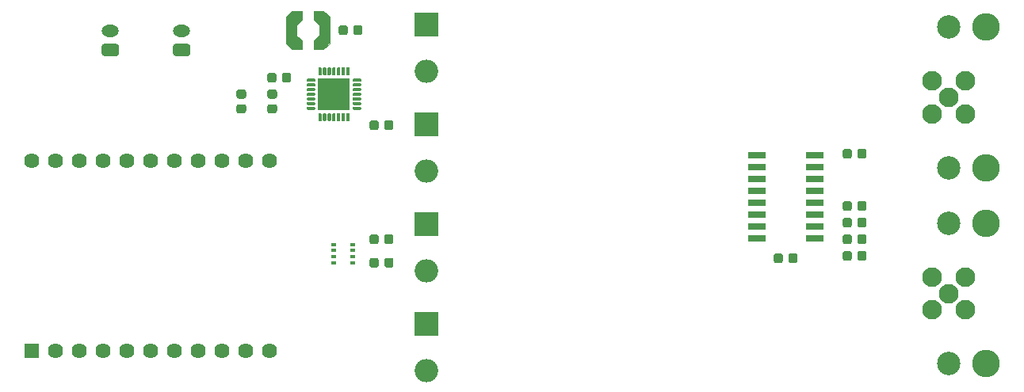
<source format=gts>
%TF.GenerationSoftware,KiCad,Pcbnew,5.1.6-1.fc32*%
%TF.CreationDate,2020-09-04T20:16:30+02:00*%
%TF.ProjectId,mini-beieli-pcb-cubecell,6d696e69-2d62-4656-9965-6c692d706362,rev?*%
%TF.SameCoordinates,Original*%
%TF.FileFunction,Soldermask,Top*%
%TF.FilePolarity,Negative*%
%FSLAX46Y46*%
G04 Gerber Fmt 4.6, Leading zero omitted, Abs format (unit mm)*
G04 Created by KiCad (PCBNEW 5.1.6-1.fc32) date 2020-09-04 20:16:30*
%MOMM*%
%LPD*%
G01*
G04 APERTURE LIST*
%ADD10C,0.000100*%
%ADD11C,1.624000*%
%ADD12R,1.624000X1.624000*%
%ADD13C,2.950000*%
%ADD14C,2.500000*%
%ADD15C,2.100000*%
%ADD16R,0.600000X0.450000*%
%ADD17R,2.500000X2.500000*%
%ADD18O,2.500000X2.500000*%
%ADD19R,1.900000X0.740000*%
%ADD20O,1.850000X1.300000*%
%ADD21R,3.450000X3.450000*%
G04 APERTURE END LIST*
D10*
%TO.C,L1*%
G36*
X82692000Y-41420000D02*
G01*
X83692000Y-41420000D01*
X83742000Y-41420000D01*
X84342000Y-40820000D01*
X84342000Y-37920000D01*
X83742000Y-37320000D01*
X82692000Y-37320000D01*
X82692000Y-38270000D01*
X83242000Y-38820000D01*
X83242000Y-39920000D01*
X82692000Y-40470000D01*
X82692000Y-41420000D01*
G37*
X82692000Y-41420000D02*
X83692000Y-41420000D01*
X83742000Y-41420000D01*
X84342000Y-40820000D01*
X84342000Y-37920000D01*
X83742000Y-37320000D01*
X82692000Y-37320000D01*
X82692000Y-38270000D01*
X83242000Y-38820000D01*
X83242000Y-39920000D01*
X82692000Y-40470000D01*
X82692000Y-41420000D01*
G36*
X81392000Y-41420000D02*
G01*
X80342000Y-41420000D01*
X79742000Y-40820000D01*
X79742000Y-37920000D01*
X80342000Y-37320000D01*
X81392000Y-37320000D01*
X81392000Y-38270000D01*
X80842000Y-38820000D01*
X80842000Y-39920000D01*
X81392000Y-40470000D01*
X81392000Y-41420000D01*
G37*
X81392000Y-41420000D02*
X80342000Y-41420000D01*
X79742000Y-40820000D01*
X79742000Y-37920000D01*
X80342000Y-37320000D01*
X81392000Y-37320000D01*
X81392000Y-38270000D01*
X80842000Y-38820000D01*
X80842000Y-39920000D01*
X81392000Y-40470000D01*
X81392000Y-41420000D01*
%TD*%
D11*
%TO.C,HTCC-AB01*%
X77978000Y-53360000D03*
X75438000Y-53360000D03*
X72898000Y-53360000D03*
X70358000Y-53360000D03*
X67818000Y-53360000D03*
X65278000Y-53360000D03*
X62738000Y-53360000D03*
X60198000Y-53360000D03*
X57658000Y-53360000D03*
X55118000Y-53360000D03*
X52578000Y-53360000D03*
X77978000Y-73660000D03*
X75438000Y-73660000D03*
X72898000Y-73660000D03*
X70358000Y-73660000D03*
X67818000Y-73660000D03*
X65278000Y-73660000D03*
X62738000Y-73660000D03*
X60198000Y-73640000D03*
X57658000Y-73640000D03*
X55118000Y-73640000D03*
D12*
X52578000Y-73640000D03*
%TD*%
D13*
%TO.C,J2*%
X154495000Y-75015000D03*
D14*
X150495000Y-75015000D03*
D13*
X154495000Y-60015000D03*
D14*
X150495000Y-60015000D03*
D15*
X150495000Y-67515000D03*
X152265000Y-65745000D03*
X152265000Y-69285000D03*
X148725000Y-65745000D03*
X148725000Y-69285000D03*
%TD*%
D16*
%TO.C,U1*%
X86877000Y-62271000D03*
X86877000Y-62921000D03*
X86877000Y-63571000D03*
X86877000Y-64221000D03*
X84827000Y-64221000D03*
X84827000Y-63571000D03*
X84827000Y-62921000D03*
X84827000Y-62271000D03*
%TD*%
%TO.C,R1*%
G36*
G01*
X90216000Y-64513250D02*
X90216000Y-63950750D01*
G75*
G02*
X90459750Y-63707000I243750J0D01*
G01*
X90947250Y-63707000D01*
G75*
G02*
X91191000Y-63950750I0J-243750D01*
G01*
X91191000Y-64513250D01*
G75*
G02*
X90947250Y-64757000I-243750J0D01*
G01*
X90459750Y-64757000D01*
G75*
G02*
X90216000Y-64513250I0J243750D01*
G01*
G37*
G36*
G01*
X88641000Y-64513250D02*
X88641000Y-63950750D01*
G75*
G02*
X88884750Y-63707000I243750J0D01*
G01*
X89372250Y-63707000D01*
G75*
G02*
X89616000Y-63950750I0J-243750D01*
G01*
X89616000Y-64513250D01*
G75*
G02*
X89372250Y-64757000I-243750J0D01*
G01*
X88884750Y-64757000D01*
G75*
G02*
X88641000Y-64513250I0J243750D01*
G01*
G37*
%TD*%
%TO.C,C1*%
G36*
G01*
X90216000Y-62003250D02*
X90216000Y-61440750D01*
G75*
G02*
X90459750Y-61197000I243750J0D01*
G01*
X90947250Y-61197000D01*
G75*
G02*
X91191000Y-61440750I0J-243750D01*
G01*
X91191000Y-62003250D01*
G75*
G02*
X90947250Y-62247000I-243750J0D01*
G01*
X90459750Y-62247000D01*
G75*
G02*
X90216000Y-62003250I0J243750D01*
G01*
G37*
G36*
G01*
X88641000Y-62003250D02*
X88641000Y-61440750D01*
G75*
G02*
X88884750Y-61197000I243750J0D01*
G01*
X89372250Y-61197000D01*
G75*
G02*
X89616000Y-61440750I0J-243750D01*
G01*
X89616000Y-62003250D01*
G75*
G02*
X89372250Y-62247000I-243750J0D01*
G01*
X88884750Y-62247000D01*
G75*
G02*
X88641000Y-62003250I0J243750D01*
G01*
G37*
%TD*%
D17*
%TO.C,C9*%
X94680000Y-70806000D03*
D18*
X94680000Y-75806000D03*
%TD*%
D17*
%TO.C,C8*%
X94680000Y-60138000D03*
D18*
X94680000Y-65138000D03*
%TD*%
D17*
%TO.C,C7*%
X94680000Y-49470000D03*
D18*
X94680000Y-54470000D03*
%TD*%
D17*
%TO.C,C6*%
X94680000Y-38802000D03*
D18*
X94680000Y-43802000D03*
%TD*%
%TO.C,L2*%
G36*
G01*
X78513250Y-46690000D02*
X77950750Y-46690000D01*
G75*
G02*
X77707000Y-46446250I0J243750D01*
G01*
X77707000Y-45958750D01*
G75*
G02*
X77950750Y-45715000I243750J0D01*
G01*
X78513250Y-45715000D01*
G75*
G02*
X78757000Y-45958750I0J-243750D01*
G01*
X78757000Y-46446250D01*
G75*
G02*
X78513250Y-46690000I-243750J0D01*
G01*
G37*
G36*
G01*
X78513250Y-48265000D02*
X77950750Y-48265000D01*
G75*
G02*
X77707000Y-48021250I0J243750D01*
G01*
X77707000Y-47533750D01*
G75*
G02*
X77950750Y-47290000I243750J0D01*
G01*
X78513250Y-47290000D01*
G75*
G02*
X78757000Y-47533750I0J-243750D01*
G01*
X78757000Y-48021250D01*
G75*
G02*
X78513250Y-48265000I-243750J0D01*
G01*
G37*
%TD*%
D19*
%TO.C,U2*%
X136201000Y-61595000D03*
X136201000Y-60325000D03*
X136201000Y-59055000D03*
X136201000Y-57785000D03*
X136201000Y-56515000D03*
X136201000Y-55245000D03*
X136201000Y-53975000D03*
X136201000Y-52705000D03*
X129991000Y-52705000D03*
X129991000Y-53975000D03*
X129991000Y-55245000D03*
X129991000Y-56515000D03*
X129991000Y-57785000D03*
X129991000Y-59055000D03*
X129991000Y-60325000D03*
X129991000Y-61595000D03*
%TD*%
D20*
%TO.C,SWITCH1*%
X68580000Y-39480000D03*
G36*
G01*
X69234168Y-42130000D02*
X67925832Y-42130000D01*
G75*
G02*
X67655000Y-41859168I0J270832D01*
G01*
X67655000Y-41100832D01*
G75*
G02*
X67925832Y-40830000I270832J0D01*
G01*
X69234168Y-40830000D01*
G75*
G02*
X69505000Y-41100832I0J-270832D01*
G01*
X69505000Y-41859168D01*
G75*
G02*
X69234168Y-42130000I-270832J0D01*
G01*
G37*
%TD*%
%TO.C,SOLAR1*%
X60960000Y-39480000D03*
G36*
G01*
X61614168Y-42130000D02*
X60305832Y-42130000D01*
G75*
G02*
X60035000Y-41859168I0J270832D01*
G01*
X60035000Y-41100832D01*
G75*
G02*
X60305832Y-40830000I270832J0D01*
G01*
X61614168Y-40830000D01*
G75*
G02*
X61885000Y-41100832I0J-270832D01*
G01*
X61885000Y-41859168D01*
G75*
G02*
X61614168Y-42130000I-270832J0D01*
G01*
G37*
%TD*%
%TO.C,R3*%
G36*
G01*
X140762000Y-58447250D02*
X140762000Y-57884750D01*
G75*
G02*
X141005750Y-57641000I243750J0D01*
G01*
X141493250Y-57641000D01*
G75*
G02*
X141737000Y-57884750I0J-243750D01*
G01*
X141737000Y-58447250D01*
G75*
G02*
X141493250Y-58691000I-243750J0D01*
G01*
X141005750Y-58691000D01*
G75*
G02*
X140762000Y-58447250I0J243750D01*
G01*
G37*
G36*
G01*
X139187000Y-58447250D02*
X139187000Y-57884750D01*
G75*
G02*
X139430750Y-57641000I243750J0D01*
G01*
X139918250Y-57641000D01*
G75*
G02*
X140162000Y-57884750I0J-243750D01*
G01*
X140162000Y-58447250D01*
G75*
G02*
X139918250Y-58691000I-243750J0D01*
G01*
X139430750Y-58691000D01*
G75*
G02*
X139187000Y-58447250I0J243750D01*
G01*
G37*
%TD*%
%TO.C,R2*%
G36*
G01*
X140762000Y-62003250D02*
X140762000Y-61440750D01*
G75*
G02*
X141005750Y-61197000I243750J0D01*
G01*
X141493250Y-61197000D01*
G75*
G02*
X141737000Y-61440750I0J-243750D01*
G01*
X141737000Y-62003250D01*
G75*
G02*
X141493250Y-62247000I-243750J0D01*
G01*
X141005750Y-62247000D01*
G75*
G02*
X140762000Y-62003250I0J243750D01*
G01*
G37*
G36*
G01*
X139187000Y-62003250D02*
X139187000Y-61440750D01*
G75*
G02*
X139430750Y-61197000I243750J0D01*
G01*
X139918250Y-61197000D01*
G75*
G02*
X140162000Y-61440750I0J-243750D01*
G01*
X140162000Y-62003250D01*
G75*
G02*
X139918250Y-62247000I-243750J0D01*
G01*
X139430750Y-62247000D01*
G75*
G02*
X139187000Y-62003250I0J243750D01*
G01*
G37*
%TD*%
D13*
%TO.C,J1*%
X154495000Y-54060000D03*
D14*
X150495000Y-54060000D03*
D13*
X154495000Y-39060000D03*
D14*
X150495000Y-39060000D03*
D15*
X150495000Y-46560000D03*
X152265000Y-44790000D03*
X152265000Y-48330000D03*
X148725000Y-44790000D03*
X148725000Y-48330000D03*
%TD*%
D21*
%TO.C,IC1*%
X84836000Y-46228000D03*
G36*
G01*
X83161000Y-44140500D02*
X83161000Y-43415500D01*
G75*
G02*
X83248500Y-43328000I87500J0D01*
G01*
X83423500Y-43328000D01*
G75*
G02*
X83511000Y-43415500I0J-87500D01*
G01*
X83511000Y-44140500D01*
G75*
G02*
X83423500Y-44228000I-87500J0D01*
G01*
X83248500Y-44228000D01*
G75*
G02*
X83161000Y-44140500I0J87500D01*
G01*
G37*
G36*
G01*
X83661000Y-44140500D02*
X83661000Y-43415500D01*
G75*
G02*
X83748500Y-43328000I87500J0D01*
G01*
X83923500Y-43328000D01*
G75*
G02*
X84011000Y-43415500I0J-87500D01*
G01*
X84011000Y-44140500D01*
G75*
G02*
X83923500Y-44228000I-87500J0D01*
G01*
X83748500Y-44228000D01*
G75*
G02*
X83661000Y-44140500I0J87500D01*
G01*
G37*
G36*
G01*
X84161000Y-44140500D02*
X84161000Y-43415500D01*
G75*
G02*
X84248500Y-43328000I87500J0D01*
G01*
X84423500Y-43328000D01*
G75*
G02*
X84511000Y-43415500I0J-87500D01*
G01*
X84511000Y-44140500D01*
G75*
G02*
X84423500Y-44228000I-87500J0D01*
G01*
X84248500Y-44228000D01*
G75*
G02*
X84161000Y-44140500I0J87500D01*
G01*
G37*
G36*
G01*
X84661000Y-44140500D02*
X84661000Y-43415500D01*
G75*
G02*
X84748500Y-43328000I87500J0D01*
G01*
X84923500Y-43328000D01*
G75*
G02*
X85011000Y-43415500I0J-87500D01*
G01*
X85011000Y-44140500D01*
G75*
G02*
X84923500Y-44228000I-87500J0D01*
G01*
X84748500Y-44228000D01*
G75*
G02*
X84661000Y-44140500I0J87500D01*
G01*
G37*
G36*
G01*
X85161000Y-44140500D02*
X85161000Y-43415500D01*
G75*
G02*
X85248500Y-43328000I87500J0D01*
G01*
X85423500Y-43328000D01*
G75*
G02*
X85511000Y-43415500I0J-87500D01*
G01*
X85511000Y-44140500D01*
G75*
G02*
X85423500Y-44228000I-87500J0D01*
G01*
X85248500Y-44228000D01*
G75*
G02*
X85161000Y-44140500I0J87500D01*
G01*
G37*
G36*
G01*
X85661000Y-44140500D02*
X85661000Y-43415500D01*
G75*
G02*
X85748500Y-43328000I87500J0D01*
G01*
X85923500Y-43328000D01*
G75*
G02*
X86011000Y-43415500I0J-87500D01*
G01*
X86011000Y-44140500D01*
G75*
G02*
X85923500Y-44228000I-87500J0D01*
G01*
X85748500Y-44228000D01*
G75*
G02*
X85661000Y-44140500I0J87500D01*
G01*
G37*
G36*
G01*
X86161000Y-44140500D02*
X86161000Y-43415500D01*
G75*
G02*
X86248500Y-43328000I87500J0D01*
G01*
X86423500Y-43328000D01*
G75*
G02*
X86511000Y-43415500I0J-87500D01*
G01*
X86511000Y-44140500D01*
G75*
G02*
X86423500Y-44228000I-87500J0D01*
G01*
X86248500Y-44228000D01*
G75*
G02*
X86161000Y-44140500I0J87500D01*
G01*
G37*
G36*
G01*
X86836000Y-44815500D02*
X86836000Y-44640500D01*
G75*
G02*
X86923500Y-44553000I87500J0D01*
G01*
X87648500Y-44553000D01*
G75*
G02*
X87736000Y-44640500I0J-87500D01*
G01*
X87736000Y-44815500D01*
G75*
G02*
X87648500Y-44903000I-87500J0D01*
G01*
X86923500Y-44903000D01*
G75*
G02*
X86836000Y-44815500I0J87500D01*
G01*
G37*
G36*
G01*
X86836000Y-45315500D02*
X86836000Y-45140500D01*
G75*
G02*
X86923500Y-45053000I87500J0D01*
G01*
X87648500Y-45053000D01*
G75*
G02*
X87736000Y-45140500I0J-87500D01*
G01*
X87736000Y-45315500D01*
G75*
G02*
X87648500Y-45403000I-87500J0D01*
G01*
X86923500Y-45403000D01*
G75*
G02*
X86836000Y-45315500I0J87500D01*
G01*
G37*
G36*
G01*
X86836000Y-45815500D02*
X86836000Y-45640500D01*
G75*
G02*
X86923500Y-45553000I87500J0D01*
G01*
X87648500Y-45553000D01*
G75*
G02*
X87736000Y-45640500I0J-87500D01*
G01*
X87736000Y-45815500D01*
G75*
G02*
X87648500Y-45903000I-87500J0D01*
G01*
X86923500Y-45903000D01*
G75*
G02*
X86836000Y-45815500I0J87500D01*
G01*
G37*
G36*
G01*
X86836000Y-46315500D02*
X86836000Y-46140500D01*
G75*
G02*
X86923500Y-46053000I87500J0D01*
G01*
X87648500Y-46053000D01*
G75*
G02*
X87736000Y-46140500I0J-87500D01*
G01*
X87736000Y-46315500D01*
G75*
G02*
X87648500Y-46403000I-87500J0D01*
G01*
X86923500Y-46403000D01*
G75*
G02*
X86836000Y-46315500I0J87500D01*
G01*
G37*
G36*
G01*
X86836000Y-46815500D02*
X86836000Y-46640500D01*
G75*
G02*
X86923500Y-46553000I87500J0D01*
G01*
X87648500Y-46553000D01*
G75*
G02*
X87736000Y-46640500I0J-87500D01*
G01*
X87736000Y-46815500D01*
G75*
G02*
X87648500Y-46903000I-87500J0D01*
G01*
X86923500Y-46903000D01*
G75*
G02*
X86836000Y-46815500I0J87500D01*
G01*
G37*
G36*
G01*
X86836000Y-47315500D02*
X86836000Y-47140500D01*
G75*
G02*
X86923500Y-47053000I87500J0D01*
G01*
X87648500Y-47053000D01*
G75*
G02*
X87736000Y-47140500I0J-87500D01*
G01*
X87736000Y-47315500D01*
G75*
G02*
X87648500Y-47403000I-87500J0D01*
G01*
X86923500Y-47403000D01*
G75*
G02*
X86836000Y-47315500I0J87500D01*
G01*
G37*
G36*
G01*
X86836000Y-47815500D02*
X86836000Y-47640500D01*
G75*
G02*
X86923500Y-47553000I87500J0D01*
G01*
X87648500Y-47553000D01*
G75*
G02*
X87736000Y-47640500I0J-87500D01*
G01*
X87736000Y-47815500D01*
G75*
G02*
X87648500Y-47903000I-87500J0D01*
G01*
X86923500Y-47903000D01*
G75*
G02*
X86836000Y-47815500I0J87500D01*
G01*
G37*
G36*
G01*
X86161000Y-49040500D02*
X86161000Y-48315500D01*
G75*
G02*
X86248500Y-48228000I87500J0D01*
G01*
X86423500Y-48228000D01*
G75*
G02*
X86511000Y-48315500I0J-87500D01*
G01*
X86511000Y-49040500D01*
G75*
G02*
X86423500Y-49128000I-87500J0D01*
G01*
X86248500Y-49128000D01*
G75*
G02*
X86161000Y-49040500I0J87500D01*
G01*
G37*
G36*
G01*
X85661000Y-49040500D02*
X85661000Y-48315500D01*
G75*
G02*
X85748500Y-48228000I87500J0D01*
G01*
X85923500Y-48228000D01*
G75*
G02*
X86011000Y-48315500I0J-87500D01*
G01*
X86011000Y-49040500D01*
G75*
G02*
X85923500Y-49128000I-87500J0D01*
G01*
X85748500Y-49128000D01*
G75*
G02*
X85661000Y-49040500I0J87500D01*
G01*
G37*
G36*
G01*
X85161000Y-49040500D02*
X85161000Y-48315500D01*
G75*
G02*
X85248500Y-48228000I87500J0D01*
G01*
X85423500Y-48228000D01*
G75*
G02*
X85511000Y-48315500I0J-87500D01*
G01*
X85511000Y-49040500D01*
G75*
G02*
X85423500Y-49128000I-87500J0D01*
G01*
X85248500Y-49128000D01*
G75*
G02*
X85161000Y-49040500I0J87500D01*
G01*
G37*
G36*
G01*
X84661000Y-49040500D02*
X84661000Y-48315500D01*
G75*
G02*
X84748500Y-48228000I87500J0D01*
G01*
X84923500Y-48228000D01*
G75*
G02*
X85011000Y-48315500I0J-87500D01*
G01*
X85011000Y-49040500D01*
G75*
G02*
X84923500Y-49128000I-87500J0D01*
G01*
X84748500Y-49128000D01*
G75*
G02*
X84661000Y-49040500I0J87500D01*
G01*
G37*
G36*
G01*
X84161000Y-49040500D02*
X84161000Y-48315500D01*
G75*
G02*
X84248500Y-48228000I87500J0D01*
G01*
X84423500Y-48228000D01*
G75*
G02*
X84511000Y-48315500I0J-87500D01*
G01*
X84511000Y-49040500D01*
G75*
G02*
X84423500Y-49128000I-87500J0D01*
G01*
X84248500Y-49128000D01*
G75*
G02*
X84161000Y-49040500I0J87500D01*
G01*
G37*
G36*
G01*
X83661000Y-49040500D02*
X83661000Y-48315500D01*
G75*
G02*
X83748500Y-48228000I87500J0D01*
G01*
X83923500Y-48228000D01*
G75*
G02*
X84011000Y-48315500I0J-87500D01*
G01*
X84011000Y-49040500D01*
G75*
G02*
X83923500Y-49128000I-87500J0D01*
G01*
X83748500Y-49128000D01*
G75*
G02*
X83661000Y-49040500I0J87500D01*
G01*
G37*
G36*
G01*
X83161000Y-49040500D02*
X83161000Y-48315500D01*
G75*
G02*
X83248500Y-48228000I87500J0D01*
G01*
X83423500Y-48228000D01*
G75*
G02*
X83511000Y-48315500I0J-87500D01*
G01*
X83511000Y-49040500D01*
G75*
G02*
X83423500Y-49128000I-87500J0D01*
G01*
X83248500Y-49128000D01*
G75*
G02*
X83161000Y-49040500I0J87500D01*
G01*
G37*
G36*
G01*
X81936000Y-47815500D02*
X81936000Y-47640500D01*
G75*
G02*
X82023500Y-47553000I87500J0D01*
G01*
X82748500Y-47553000D01*
G75*
G02*
X82836000Y-47640500I0J-87500D01*
G01*
X82836000Y-47815500D01*
G75*
G02*
X82748500Y-47903000I-87500J0D01*
G01*
X82023500Y-47903000D01*
G75*
G02*
X81936000Y-47815500I0J87500D01*
G01*
G37*
G36*
G01*
X81936000Y-47315500D02*
X81936000Y-47140500D01*
G75*
G02*
X82023500Y-47053000I87500J0D01*
G01*
X82748500Y-47053000D01*
G75*
G02*
X82836000Y-47140500I0J-87500D01*
G01*
X82836000Y-47315500D01*
G75*
G02*
X82748500Y-47403000I-87500J0D01*
G01*
X82023500Y-47403000D01*
G75*
G02*
X81936000Y-47315500I0J87500D01*
G01*
G37*
G36*
G01*
X81936000Y-46815500D02*
X81936000Y-46640500D01*
G75*
G02*
X82023500Y-46553000I87500J0D01*
G01*
X82748500Y-46553000D01*
G75*
G02*
X82836000Y-46640500I0J-87500D01*
G01*
X82836000Y-46815500D01*
G75*
G02*
X82748500Y-46903000I-87500J0D01*
G01*
X82023500Y-46903000D01*
G75*
G02*
X81936000Y-46815500I0J87500D01*
G01*
G37*
G36*
G01*
X81936000Y-46315500D02*
X81936000Y-46140500D01*
G75*
G02*
X82023500Y-46053000I87500J0D01*
G01*
X82748500Y-46053000D01*
G75*
G02*
X82836000Y-46140500I0J-87500D01*
G01*
X82836000Y-46315500D01*
G75*
G02*
X82748500Y-46403000I-87500J0D01*
G01*
X82023500Y-46403000D01*
G75*
G02*
X81936000Y-46315500I0J87500D01*
G01*
G37*
G36*
G01*
X81936000Y-45815500D02*
X81936000Y-45640500D01*
G75*
G02*
X82023500Y-45553000I87500J0D01*
G01*
X82748500Y-45553000D01*
G75*
G02*
X82836000Y-45640500I0J-87500D01*
G01*
X82836000Y-45815500D01*
G75*
G02*
X82748500Y-45903000I-87500J0D01*
G01*
X82023500Y-45903000D01*
G75*
G02*
X81936000Y-45815500I0J87500D01*
G01*
G37*
G36*
G01*
X81936000Y-45315500D02*
X81936000Y-45140500D01*
G75*
G02*
X82023500Y-45053000I87500J0D01*
G01*
X82748500Y-45053000D01*
G75*
G02*
X82836000Y-45140500I0J-87500D01*
G01*
X82836000Y-45315500D01*
G75*
G02*
X82748500Y-45403000I-87500J0D01*
G01*
X82023500Y-45403000D01*
G75*
G02*
X81936000Y-45315500I0J87500D01*
G01*
G37*
G36*
G01*
X81936000Y-44815500D02*
X81936000Y-44640500D01*
G75*
G02*
X82023500Y-44553000I87500J0D01*
G01*
X82748500Y-44553000D01*
G75*
G02*
X82836000Y-44640500I0J-87500D01*
G01*
X82836000Y-44815500D01*
G75*
G02*
X82748500Y-44903000I-87500J0D01*
G01*
X82023500Y-44903000D01*
G75*
G02*
X81936000Y-44815500I0J87500D01*
G01*
G37*
%TD*%
%TO.C,C13*%
G36*
G01*
X140762000Y-52859250D02*
X140762000Y-52296750D01*
G75*
G02*
X141005750Y-52053000I243750J0D01*
G01*
X141493250Y-52053000D01*
G75*
G02*
X141737000Y-52296750I0J-243750D01*
G01*
X141737000Y-52859250D01*
G75*
G02*
X141493250Y-53103000I-243750J0D01*
G01*
X141005750Y-53103000D01*
G75*
G02*
X140762000Y-52859250I0J243750D01*
G01*
G37*
G36*
G01*
X139187000Y-52859250D02*
X139187000Y-52296750D01*
G75*
G02*
X139430750Y-52053000I243750J0D01*
G01*
X139918250Y-52053000D01*
G75*
G02*
X140162000Y-52296750I0J-243750D01*
G01*
X140162000Y-52859250D01*
G75*
G02*
X139918250Y-53103000I-243750J0D01*
G01*
X139430750Y-53103000D01*
G75*
G02*
X139187000Y-52859250I0J243750D01*
G01*
G37*
%TD*%
%TO.C,C12*%
G36*
G01*
X140762000Y-60225250D02*
X140762000Y-59662750D01*
G75*
G02*
X141005750Y-59419000I243750J0D01*
G01*
X141493250Y-59419000D01*
G75*
G02*
X141737000Y-59662750I0J-243750D01*
G01*
X141737000Y-60225250D01*
G75*
G02*
X141493250Y-60469000I-243750J0D01*
G01*
X141005750Y-60469000D01*
G75*
G02*
X140762000Y-60225250I0J243750D01*
G01*
G37*
G36*
G01*
X139187000Y-60225250D02*
X139187000Y-59662750D01*
G75*
G02*
X139430750Y-59419000I243750J0D01*
G01*
X139918250Y-59419000D01*
G75*
G02*
X140162000Y-59662750I0J-243750D01*
G01*
X140162000Y-60225250D01*
G75*
G02*
X139918250Y-60469000I-243750J0D01*
G01*
X139430750Y-60469000D01*
G75*
G02*
X139187000Y-60225250I0J243750D01*
G01*
G37*
%TD*%
%TO.C,C11*%
G36*
G01*
X133396000Y-64035250D02*
X133396000Y-63472750D01*
G75*
G02*
X133639750Y-63229000I243750J0D01*
G01*
X134127250Y-63229000D01*
G75*
G02*
X134371000Y-63472750I0J-243750D01*
G01*
X134371000Y-64035250D01*
G75*
G02*
X134127250Y-64279000I-243750J0D01*
G01*
X133639750Y-64279000D01*
G75*
G02*
X133396000Y-64035250I0J243750D01*
G01*
G37*
G36*
G01*
X131821000Y-64035250D02*
X131821000Y-63472750D01*
G75*
G02*
X132064750Y-63229000I243750J0D01*
G01*
X132552250Y-63229000D01*
G75*
G02*
X132796000Y-63472750I0J-243750D01*
G01*
X132796000Y-64035250D01*
G75*
G02*
X132552250Y-64279000I-243750J0D01*
G01*
X132064750Y-64279000D01*
G75*
G02*
X131821000Y-64035250I0J243750D01*
G01*
G37*
%TD*%
%TO.C,C10*%
G36*
G01*
X140762000Y-63781250D02*
X140762000Y-63218750D01*
G75*
G02*
X141005750Y-62975000I243750J0D01*
G01*
X141493250Y-62975000D01*
G75*
G02*
X141737000Y-63218750I0J-243750D01*
G01*
X141737000Y-63781250D01*
G75*
G02*
X141493250Y-64025000I-243750J0D01*
G01*
X141005750Y-64025000D01*
G75*
G02*
X140762000Y-63781250I0J243750D01*
G01*
G37*
G36*
G01*
X139187000Y-63781250D02*
X139187000Y-63218750D01*
G75*
G02*
X139430750Y-62975000I243750J0D01*
G01*
X139918250Y-62975000D01*
G75*
G02*
X140162000Y-63218750I0J-243750D01*
G01*
X140162000Y-63781250D01*
G75*
G02*
X139918250Y-64025000I-243750J0D01*
G01*
X139430750Y-64025000D01*
G75*
G02*
X139187000Y-63781250I0J243750D01*
G01*
G37*
%TD*%
%TO.C,C5*%
G36*
G01*
X90216000Y-49811250D02*
X90216000Y-49248750D01*
G75*
G02*
X90459750Y-49005000I243750J0D01*
G01*
X90947250Y-49005000D01*
G75*
G02*
X91191000Y-49248750I0J-243750D01*
G01*
X91191000Y-49811250D01*
G75*
G02*
X90947250Y-50055000I-243750J0D01*
G01*
X90459750Y-50055000D01*
G75*
G02*
X90216000Y-49811250I0J243750D01*
G01*
G37*
G36*
G01*
X88641000Y-49811250D02*
X88641000Y-49248750D01*
G75*
G02*
X88884750Y-49005000I243750J0D01*
G01*
X89372250Y-49005000D01*
G75*
G02*
X89616000Y-49248750I0J-243750D01*
G01*
X89616000Y-49811250D01*
G75*
G02*
X89372250Y-50055000I-243750J0D01*
G01*
X88884750Y-50055000D01*
G75*
G02*
X88641000Y-49811250I0J243750D01*
G01*
G37*
%TD*%
%TO.C,C4*%
G36*
G01*
X75211250Y-46690000D02*
X74648750Y-46690000D01*
G75*
G02*
X74405000Y-46446250I0J243750D01*
G01*
X74405000Y-45958750D01*
G75*
G02*
X74648750Y-45715000I243750J0D01*
G01*
X75211250Y-45715000D01*
G75*
G02*
X75455000Y-45958750I0J-243750D01*
G01*
X75455000Y-46446250D01*
G75*
G02*
X75211250Y-46690000I-243750J0D01*
G01*
G37*
G36*
G01*
X75211250Y-48265000D02*
X74648750Y-48265000D01*
G75*
G02*
X74405000Y-48021250I0J243750D01*
G01*
X74405000Y-47533750D01*
G75*
G02*
X74648750Y-47290000I243750J0D01*
G01*
X75211250Y-47290000D01*
G75*
G02*
X75455000Y-47533750I0J-243750D01*
G01*
X75455000Y-48021250D01*
G75*
G02*
X75211250Y-48265000I-243750J0D01*
G01*
G37*
%TD*%
%TO.C,C3*%
G36*
G01*
X78694000Y-44168750D02*
X78694000Y-44731250D01*
G75*
G02*
X78450250Y-44975000I-243750J0D01*
G01*
X77962750Y-44975000D01*
G75*
G02*
X77719000Y-44731250I0J243750D01*
G01*
X77719000Y-44168750D01*
G75*
G02*
X77962750Y-43925000I243750J0D01*
G01*
X78450250Y-43925000D01*
G75*
G02*
X78694000Y-44168750I0J-243750D01*
G01*
G37*
G36*
G01*
X80269000Y-44168750D02*
X80269000Y-44731250D01*
G75*
G02*
X80025250Y-44975000I-243750J0D01*
G01*
X79537750Y-44975000D01*
G75*
G02*
X79294000Y-44731250I0J243750D01*
G01*
X79294000Y-44168750D01*
G75*
G02*
X79537750Y-43925000I243750J0D01*
G01*
X80025250Y-43925000D01*
G75*
G02*
X80269000Y-44168750I0J-243750D01*
G01*
G37*
%TD*%
%TO.C,C2*%
G36*
G01*
X86914000Y-39651250D02*
X86914000Y-39088750D01*
G75*
G02*
X87157750Y-38845000I243750J0D01*
G01*
X87645250Y-38845000D01*
G75*
G02*
X87889000Y-39088750I0J-243750D01*
G01*
X87889000Y-39651250D01*
G75*
G02*
X87645250Y-39895000I-243750J0D01*
G01*
X87157750Y-39895000D01*
G75*
G02*
X86914000Y-39651250I0J243750D01*
G01*
G37*
G36*
G01*
X85339000Y-39651250D02*
X85339000Y-39088750D01*
G75*
G02*
X85582750Y-38845000I243750J0D01*
G01*
X86070250Y-38845000D01*
G75*
G02*
X86314000Y-39088750I0J-243750D01*
G01*
X86314000Y-39651250D01*
G75*
G02*
X86070250Y-39895000I-243750J0D01*
G01*
X85582750Y-39895000D01*
G75*
G02*
X85339000Y-39651250I0J243750D01*
G01*
G37*
%TD*%
M02*

</source>
